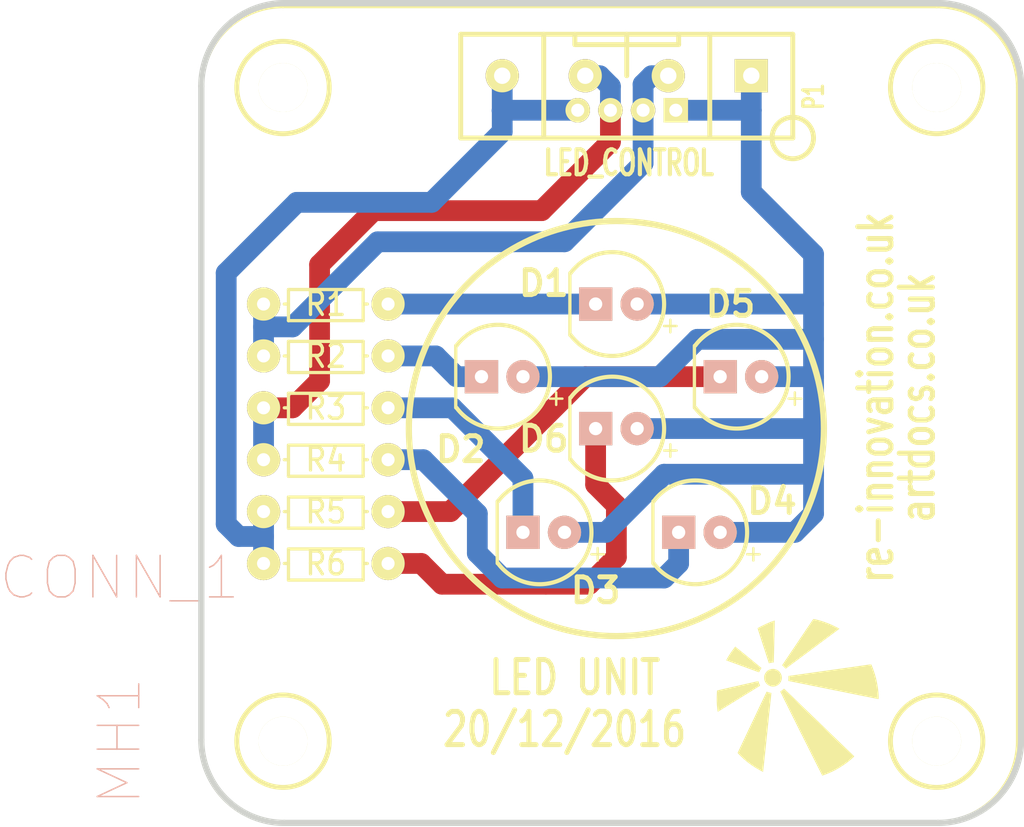
<source format=kicad_pcb>
(kicad_pcb (version 4) (host pcbnew 4.0.4-stable)

  (general
    (links 22)
    (no_connects 0)
    (area 148.597429 51.830999 211.694001 102.739)
    (thickness 1.6002)
    (drawings 13)
    (tracks 118)
    (zones 0)
    (modules 15)
    (nets 11)
  )

  (page A4)
  (title_block
    (date "12 jul 2015")
  )

  (layers
    (0 Front signal)
    (31 Back signal)
    (32 B.Adhes user)
    (33 F.Adhes user)
    (34 B.Paste user)
    (35 F.Paste user)
    (36 B.SilkS user)
    (37 F.SilkS user)
    (38 B.Mask user)
    (39 F.Mask user)
    (40 Dwgs.User user)
    (41 Cmts.User user)
    (42 Eco1.User user)
    (43 Eco2.User user)
    (44 Edge.Cuts user)
  )

  (setup
    (last_trace_width 1.27)
    (trace_clearance 0.127)
    (zone_clearance 0.508)
    (zone_45_only no)
    (trace_min 0.2032)
    (segment_width 0.381)
    (edge_width 0.381)
    (via_size 0.889)
    (via_drill 0.635)
    (via_min_size 0.889)
    (via_min_drill 0.508)
    (uvia_size 0.508)
    (uvia_drill 0.127)
    (uvias_allowed no)
    (uvia_min_size 0.508)
    (uvia_min_drill 0.127)
    (pcb_text_width 0.3048)
    (pcb_text_size 1.524 2.032)
    (mod_edge_width 0.381)
    (mod_text_size 1.524 1.524)
    (mod_text_width 0.3048)
    (pad_size 2.032 2.032)
    (pad_drill 0.8001)
    (pad_to_mask_clearance 0.254)
    (aux_axis_origin 161.29 102.235)
    (visible_elements 7FFFFFFF)
    (pcbplotparams
      (layerselection 0x010e0_80000001)
      (usegerberextensions true)
      (excludeedgelayer true)
      (linewidth 0.150000)
      (plotframeref false)
      (viasonmask false)
      (mode 1)
      (useauxorigin true)
      (hpglpennumber 1)
      (hpglpenspeed 20)
      (hpglpendiameter 15)
      (hpglpenoverlay 0)
      (psnegative false)
      (psa4output false)
      (plotreference true)
      (plotvalue true)
      (plotinvisibletext false)
      (padsonsilk false)
      (subtractmaskfromsilk false)
      (outputformat 1)
      (mirror false)
      (drillshape 0)
      (scaleselection 1)
      (outputdirectory LED_Unit_PCB_OUTPUT/))
  )

  (net 0 "")
  (net 1 "Net-(D1-Pad2)")
  (net 2 "Net-(D1-Pad1)")
  (net 3 "Net-(P1-Pad2)")
  (net 4 "Net-(P1-Pad3)")
  (net 5 "Net-(P1-Pad4)")
  (net 6 "Net-(D2-Pad1)")
  (net 7 "Net-(D3-Pad1)")
  (net 8 "Net-(D4-Pad1)")
  (net 9 "Net-(D5-Pad1)")
  (net 10 "Net-(D6-Pad1)")

  (net_class Default "This is the default net class."
    (clearance 0.127)
    (trace_width 1.27)
    (via_dia 0.889)
    (via_drill 0.635)
    (uvia_dia 0.508)
    (uvia_drill 0.127)
    (add_net "Net-(D1-Pad1)")
    (add_net "Net-(D1-Pad2)")
    (add_net "Net-(D2-Pad1)")
    (add_net "Net-(D3-Pad1)")
    (add_net "Net-(D4-Pad1)")
    (add_net "Net-(D5-Pad1)")
    (add_net "Net-(D6-Pad1)")
    (add_net "Net-(P1-Pad2)")
    (add_net "Net-(P1-Pad3)")
    (add_net "Net-(P1-Pad4)")
  )

  (net_class Thick ""
    (clearance 0.254)
    (trace_width 5.08)
    (via_dia 0.889)
    (via_drill 0.635)
    (uvia_dia 0.508)
    (uvia_drill 0.127)
  )

  (module REInnovationFootprint:TH_LED-5MM_larg_pad (layer Front) (tedit 586F7161) (tstamp 5859496F)
    (at 186.69 70.485 180)
    (descr "LED 5mm - Lead pitch 100mil (2,54mm)")
    (tags "LED led 5mm 5MM 100mil 2,54mm")
    (path /551B24E2)
    (attr virtual)
    (fp_text reference D1 (at 4.445 1.27 180) (layer F.SilkS)
      (effects (font (thickness 0.3048)))
    )
    (fp_text value LED (at 0 3.81 180) (layer F.SilkS) hide
      (effects (font (size 0.762 0.762) (thickness 0.0889)))
    )
    (fp_text user + (at -3.302 -1.27 180) (layer F.SilkS)
      (effects (font (size 1 1) (thickness 0.15)))
    )
    (fp_line (start 2.8448 1.905) (end 2.8448 -1.905) (layer F.SilkS) (width 0.2032))
    (fp_arc (start 0.254 0) (end 2.794 1.905) (angle 286.2) (layer F.SilkS) (width 0.254))
    (pad 2 thru_hole circle (at -1.27 0 180) (size 2.032 2.032) (drill 0.8128) (layers *.Cu *.SilkS *.Mask F.Paste)
      (net 1 "Net-(D1-Pad2)"))
    (pad 1 thru_hole rect (at 1.27 0 180) (size 2.032 2.032) (drill 0.8128) (layers *.Cu *.SilkS *.Mask F.Paste)
      (net 2 "Net-(D1-Pad1)"))
    (model discret/leds/led5_vertical_verde.wrl
      (at (xyz 0 0 0))
      (scale (xyz 1 1 1))
      (rotate (xyz 0 0 0))
    )
  )

  (module REInnovationFootprint:TH_LED-5MM_larg_pad (layer Front) (tedit 586F667B) (tstamp 58594975)
    (at 179.705 74.93 180)
    (descr "LED 5mm - Lead pitch 100mil (2,54mm)")
    (tags "LED led 5mm 5MM 100mil 2,54mm")
    (path /586F6A28)
    (attr virtual)
    (fp_text reference D2 (at 2.54 -4.445 180) (layer F.SilkS)
      (effects (font (thickness 0.3048)))
    )
    (fp_text value LED (at 0 3.81 180) (layer F.SilkS) hide
      (effects (font (size 0.762 0.762) (thickness 0.0889)))
    )
    (fp_text user + (at -3.302 -1.27 180) (layer F.SilkS)
      (effects (font (size 1 1) (thickness 0.15)))
    )
    (fp_line (start 2.8448 1.905) (end 2.8448 -1.905) (layer F.SilkS) (width 0.2032))
    (fp_arc (start 0.254 0) (end 2.794 1.905) (angle 286.2) (layer F.SilkS) (width 0.254))
    (pad 2 thru_hole circle (at -1.27 0 180) (size 2.032 2.032) (drill 0.8128) (layers *.Cu *.SilkS *.Mask F.Paste)
      (net 1 "Net-(D1-Pad2)"))
    (pad 1 thru_hole rect (at 1.27 0 180) (size 2.032 2.032) (drill 0.8128) (layers *.Cu *.SilkS *.Mask F.Paste)
      (net 6 "Net-(D2-Pad1)"))
    (model discret/leds/led5_vertical_verde.wrl
      (at (xyz 0 0 0))
      (scale (xyz 1 1 1))
      (rotate (xyz 0 0 0))
    )
  )

  (module REInnovationFootprint:TH_LED-5MM_larg_pad (layer Front) (tedit 57C962E6) (tstamp 5859497B)
    (at 182.245 84.455 180)
    (descr "LED 5mm - Lead pitch 100mil (2,54mm)")
    (tags "LED led 5mm 5MM 100mil 2,54mm")
    (path /586F6A77)
    (attr virtual)
    (fp_text reference D3 (at -3.175 -3.556 180) (layer F.SilkS)
      (effects (font (thickness 0.3048)))
    )
    (fp_text value LED (at 0 3.81 180) (layer F.SilkS) hide
      (effects (font (size 0.762 0.762) (thickness 0.0889)))
    )
    (fp_text user + (at -3.302 -1.27 180) (layer F.SilkS)
      (effects (font (size 1 1) (thickness 0.15)))
    )
    (fp_line (start 2.8448 1.905) (end 2.8448 -1.905) (layer F.SilkS) (width 0.2032))
    (fp_arc (start 0.254 0) (end 2.794 1.905) (angle 286.2) (layer F.SilkS) (width 0.254))
    (pad 2 thru_hole circle (at -1.27 0 180) (size 2.032 2.032) (drill 0.8128) (layers *.Cu *.SilkS *.Mask F.Paste)
      (net 1 "Net-(D1-Pad2)"))
    (pad 1 thru_hole rect (at 1.27 0 180) (size 2.032 2.032) (drill 0.8128) (layers *.Cu *.SilkS *.Mask F.Paste)
      (net 7 "Net-(D3-Pad1)"))
    (model discret/leds/led5_vertical_verde.wrl
      (at (xyz 0 0 0))
      (scale (xyz 1 1 1))
      (rotate (xyz 0 0 0))
    )
  )

  (module REInnovationFootprint:TH_LED-5MM_larg_pad (layer Front) (tedit 586F6682) (tstamp 58594981)
    (at 191.77 84.455 180)
    (descr "LED 5mm - Lead pitch 100mil (2,54mm)")
    (tags "LED led 5mm 5MM 100mil 2,54mm")
    (path /586F6AC1)
    (attr virtual)
    (fp_text reference D4 (at -4.445 1.905 180) (layer F.SilkS)
      (effects (font (thickness 0.3048)))
    )
    (fp_text value LED (at 0 3.81 180) (layer F.SilkS) hide
      (effects (font (size 0.762 0.762) (thickness 0.0889)))
    )
    (fp_text user + (at -3.302 -1.27 180) (layer F.SilkS)
      (effects (font (size 1 1) (thickness 0.15)))
    )
    (fp_line (start 2.8448 1.905) (end 2.8448 -1.905) (layer F.SilkS) (width 0.2032))
    (fp_arc (start 0.254 0) (end 2.794 1.905) (angle 286.2) (layer F.SilkS) (width 0.254))
    (pad 2 thru_hole circle (at -1.27 0 180) (size 2.032 2.032) (drill 0.8128) (layers *.Cu *.SilkS *.Mask F.Paste)
      (net 1 "Net-(D1-Pad2)"))
    (pad 1 thru_hole rect (at 1.27 0 180) (size 2.032 2.032) (drill 0.8128) (layers *.Cu *.SilkS *.Mask F.Paste)
      (net 8 "Net-(D4-Pad1)"))
    (model discret/leds/led5_vertical_verde.wrl
      (at (xyz 0 0 0))
      (scale (xyz 1 1 1))
      (rotate (xyz 0 0 0))
    )
  )

  (module REInnovationFootprint:TH_LED-5MM_larg_pad (layer Front) (tedit 586F6684) (tstamp 58594987)
    (at 194.31 74.93 180)
    (descr "LED 5mm - Lead pitch 100mil (2,54mm)")
    (tags "LED led 5mm 5MM 100mil 2,54mm")
    (path /586F6B12)
    (attr virtual)
    (fp_text reference D5 (at 0.635 4.445 180) (layer F.SilkS)
      (effects (font (thickness 0.3048)))
    )
    (fp_text value LED (at 0 3.81 180) (layer F.SilkS) hide
      (effects (font (size 0.762 0.762) (thickness 0.0889)))
    )
    (fp_text user + (at -3.302 -1.27 180) (layer F.SilkS)
      (effects (font (size 1 1) (thickness 0.15)))
    )
    (fp_line (start 2.8448 1.905) (end 2.8448 -1.905) (layer F.SilkS) (width 0.2032))
    (fp_arc (start 0.254 0) (end 2.794 1.905) (angle 286.2) (layer F.SilkS) (width 0.254))
    (pad 2 thru_hole circle (at -1.27 0 180) (size 2.032 2.032) (drill 0.8128) (layers *.Cu *.SilkS *.Mask F.Paste)
      (net 1 "Net-(D1-Pad2)"))
    (pad 1 thru_hole rect (at 1.27 0 180) (size 2.032 2.032) (drill 0.8128) (layers *.Cu *.SilkS *.Mask F.Paste)
      (net 9 "Net-(D5-Pad1)"))
    (model discret/leds/led5_vertical_verde.wrl
      (at (xyz 0 0 0))
      (scale (xyz 1 1 1))
      (rotate (xyz 0 0 0))
    )
  )

  (module REInnovationFootprint:TH_LED-5MM_larg_pad (layer Front) (tedit 586F6689) (tstamp 5859498D)
    (at 186.69 78.105 180)
    (descr "LED 5mm - Lead pitch 100mil (2,54mm)")
    (tags "LED led 5mm 5MM 100mil 2,54mm")
    (path /586F6B6A)
    (attr virtual)
    (fp_text reference D6 (at 4.445 -0.635 180) (layer F.SilkS)
      (effects (font (thickness 0.3048)))
    )
    (fp_text value LED (at 0 3.81 180) (layer F.SilkS) hide
      (effects (font (size 0.762 0.762) (thickness 0.0889)))
    )
    (fp_text user + (at -3.302 -1.27 180) (layer F.SilkS)
      (effects (font (size 1 1) (thickness 0.15)))
    )
    (fp_line (start 2.8448 1.905) (end 2.8448 -1.905) (layer F.SilkS) (width 0.2032))
    (fp_arc (start 0.254 0) (end 2.794 1.905) (angle 286.2) (layer F.SilkS) (width 0.254))
    (pad 2 thru_hole circle (at -1.27 0 180) (size 2.032 2.032) (drill 0.8128) (layers *.Cu *.SilkS *.Mask F.Paste)
      (net 1 "Net-(D1-Pad2)"))
    (pad 1 thru_hole rect (at 1.27 0 180) (size 2.032 2.032) (drill 0.8128) (layers *.Cu *.SilkS *.Mask F.Paste)
      (net 10 "Net-(D6-Pad1)"))
    (model discret/leds/led5_vertical_verde.wrl
      (at (xyz 0 0 0))
      (scale (xyz 1 1 1))
      (rotate (xyz 0 0 0))
    )
  )

  (module matts_components:reinnovation_logo_15mm (layer Front) (tedit 0) (tstamp 58594991)
    (at 198.12 95.25)
    (path /5857CF3C)
    (fp_text reference LG1 (at 0 0) (layer F.SilkS) hide
      (effects (font (size 1.143 1.143) (thickness 0.1778)))
    )
    (fp_text value CONN_1 (at 0 0) (layer F.SilkS) hide
      (effects (font (size 1.143 1.143) (thickness 0.1778)))
    )
    (fp_poly (pts (xy 3.12928 2.91592) (xy 3.06324 2.97942) (xy 2.88036 3.13944) (xy 2.68224 3.29692)
      (xy 2.47142 3.44678) (xy 2.25044 3.58902) (xy 2.02692 3.7211) (xy 1.80086 3.83794)
      (xy 1.5748 3.93954) (xy 1.52908 3.95986) (xy 1.48336 3.97764) (xy 1.43256 3.99796)
      (xy 1.37668 4.01828) (xy 1.3208 4.0386) (xy 1.27 4.05892) (xy 1.22428 4.07416)
      (xy 1.19126 4.08432) (xy 1.17094 4.0894) (xy 1.1684 4.0894) (xy 1.16332 4.08178)
      (xy 1.15062 4.05384) (xy 1.12776 4.0132) (xy 1.09982 3.95478) (xy 1.06172 3.88112)
      (xy 1.016 3.79222) (xy 0.9652 3.69062) (xy 0.90678 3.57632) (xy 0.84328 3.45186)
      (xy 0.7747 3.31216) (xy 0.6985 3.16484) (xy 0.61976 3.00482) (xy 0.5334 2.83718)
      (xy 0.44704 2.65938) (xy 0.35306 2.47396) (xy 0.25654 2.28092) (xy 0.15748 2.0828)
      (xy 0.05334 1.87706) (xy -0.0508 1.66878) (xy -0.127 1.51892) (xy -0.23368 1.30556)
      (xy -0.33782 1.09474) (xy -0.43942 0.89154) (xy -0.53594 0.69596) (xy -0.63246 0.50546)
      (xy -0.7239 0.32258) (xy -0.81026 0.14732) (xy -0.89154 -0.01778) (xy -0.97028 -0.17526)
      (xy -1.0414 -0.32004) (xy -1.10998 -0.45466) (xy -1.17094 -0.57912) (xy -1.22428 -0.68834)
      (xy -1.27254 -0.7874) (xy -1.31318 -0.87122) (xy -1.34874 -0.9398) (xy -1.37414 -0.99314)
      (xy -1.39192 -1.03124) (xy -1.40208 -1.05156) (xy -1.40462 -1.05664) (xy -1.3843 -1.0668)
      (xy -1.35382 -1.08458) (xy -1.31826 -1.10998) (xy -1.28016 -1.13792) (xy -1.24714 -1.16586)
      (xy -1.22174 -1.18618) (xy -1.17094 -1.2319) (xy -1.02616 -1.09474) (xy -1.00584 -1.07442)
      (xy -0.97282 -1.04394) (xy -0.9271 -0.99822) (xy -0.86868 -0.94234) (xy -0.79756 -0.87376)
      (xy -0.71374 -0.79502) (xy -0.6223 -0.70612) (xy -0.5207 -0.60706) (xy -0.40894 -0.49784)
      (xy -0.28702 -0.381) (xy -0.16002 -0.25908) (xy -0.02286 -0.127) (xy 0.11938 0.01016)
      (xy 0.26924 0.15494) (xy 0.42418 0.30226) (xy 0.58166 0.4572) (xy 0.74676 0.61468)
      (xy 0.9144 0.7747) (xy 1.08204 0.9398) (xy 1.12522 0.98044) (xy 3.12928 2.91592)
      (xy 3.12928 2.91592)) (layer F.SilkS) (width 0.00254))
    (fp_poly (pts (xy -1.94056 -0.9652) (xy -1.94564 -0.92964) (xy -1.94818 -0.91694) (xy -1.95072 -0.88646)
      (xy -1.9558 -0.83566) (xy -1.96342 -0.76708) (xy -1.97104 -0.68326) (xy -1.9812 -0.5842)
      (xy -1.9939 -0.4699) (xy -2.00914 -0.3429) (xy -2.02184 -0.2032) (xy -2.03962 -0.0508)
      (xy -2.05486 0.11176) (xy -2.07518 0.28702) (xy -2.09296 0.46736) (xy -2.11328 0.6604)
      (xy -2.1336 0.85852) (xy -2.15646 1.06172) (xy -2.17678 1.27254) (xy -2.19456 1.44018)
      (xy -2.2225 1.69926) (xy -2.2479 1.93802) (xy -2.27076 2.16154) (xy -2.29108 2.36474)
      (xy -2.3114 2.55016) (xy -2.32918 2.72034) (xy -2.34696 2.87528) (xy -2.3622 3.01752)
      (xy -2.3749 3.14198) (xy -2.38506 3.25628) (xy -2.39776 3.35788) (xy -2.40538 3.44424)
      (xy -2.41554 3.52298) (xy -2.42316 3.59156) (xy -2.42824 3.64744) (xy -2.43332 3.6957)
      (xy -2.4384 3.73888) (xy -2.44348 3.7719) (xy -2.44602 3.7973) (xy -2.44856 3.81762)
      (xy -2.4511 3.83286) (xy -2.4511 3.84556) (xy -2.45364 3.85318) (xy -2.45364 3.85826)
      (xy -2.45618 3.85826) (xy -2.45618 3.8608) (xy -2.45872 3.8608) (xy -2.45872 3.8608)
      (xy -2.46888 3.85572) (xy -2.49428 3.84302) (xy -2.52984 3.82524) (xy -2.57556 3.80238)
      (xy -2.60604 3.78714) (xy -2.8829 3.62966) (xy -3.14706 3.45948) (xy -3.39598 3.2766)
      (xy -3.6322 3.08102) (xy -3.85064 2.87274) (xy -3.87858 2.84734) (xy -3.91922 2.80416)
      (xy -3.95478 2.76606) (xy -3.98272 2.73304) (xy -4.00304 2.71272) (xy -4.01066 2.70256)
      (xy -4.01066 2.70002) (xy -4.00558 2.6924) (xy -3.99288 2.66446) (xy -3.97256 2.62128)
      (xy -3.94462 2.56286) (xy -3.9116 2.4892) (xy -3.87096 2.40284) (xy -3.8227 2.30124)
      (xy -3.76936 2.18948) (xy -3.71094 2.06502) (xy -3.64744 1.9304) (xy -3.57886 1.78816)
      (xy -3.50774 1.63576) (xy -3.43154 1.4732) (xy -3.3528 1.30556) (xy -3.26898 1.13284)
      (xy -3.18516 0.95504) (xy -3.1242 0.82804) (xy -3.03784 0.6477) (xy -2.95402 0.4699)
      (xy -2.87274 0.29718) (xy -2.794 0.13208) (xy -2.72034 -0.0254) (xy -2.64922 -0.17526)
      (xy -2.58064 -0.3175) (xy -2.51968 -0.44704) (xy -2.46126 -0.56642) (xy -2.41046 -0.67564)
      (xy -2.36474 -0.77216) (xy -2.32664 -0.85598) (xy -2.29362 -0.92456) (xy -2.26822 -0.9779)
      (xy -2.25044 -1.016) (xy -2.24028 -1.03886) (xy -2.23774 -1.04394) (xy -2.22758 -1.04394)
      (xy -2.20472 -1.03632) (xy -2.17424 -1.02616) (xy -2.1336 -1.01092) (xy -2.08534 -0.99822)
      (xy -2.03454 -0.98552) (xy -2.02692 -0.98298) (xy -1.94056 -0.9652) (xy -1.94056 -0.9652)) (layer F.SilkS) (width 0.00254))
    (fp_poly (pts (xy -2.63652 -1.41478) (xy -2.63652 -1.4097) (xy -2.64668 -1.40462) (xy -2.66954 -1.38684)
      (xy -2.71018 -1.36398) (xy -2.76352 -1.33096) (xy -2.82956 -1.29032) (xy -2.90576 -1.24206)
      (xy -2.99466 -1.18872) (xy -3.08864 -1.12776) (xy -3.19532 -1.06426) (xy -3.30454 -0.99568)
      (xy -3.42138 -0.92456) (xy -3.5433 -0.84836) (xy -3.66776 -0.77216) (xy -3.79476 -0.69342)
      (xy -3.9243 -0.61214) (xy -4.05384 -0.5334) (xy -4.18084 -0.45466) (xy -4.3053 -0.37846)
      (xy -4.42722 -0.30226) (xy -4.54406 -0.23114) (xy -4.65582 -0.16256) (xy -4.75996 -0.09652)
      (xy -4.85902 -0.0381) (xy -4.94538 0.01778) (xy -5.02412 0.06604) (xy -5.09016 0.10668)
      (xy -5.14604 0.1397) (xy -5.18668 0.1651) (xy -5.21208 0.18034) (xy -5.22224 0.18542)
      (xy -5.22732 0.18034) (xy -5.2324 0.15748) (xy -5.23748 0.12446) (xy -5.24002 0.12192)
      (xy -5.26288 -0.0635) (xy -5.28066 -0.25654) (xy -5.28828 -0.46228) (xy -5.29082 -0.5842)
      (xy -5.28828 -0.65024) (xy -5.28828 -0.72136) (xy -5.28574 -0.79502) (xy -5.2832 -0.86868)
      (xy -5.28066 -0.93472) (xy -5.27812 -0.99822) (xy -5.27304 -1.04902) (xy -5.2705 -1.08966)
      (xy -5.26796 -1.11252) (xy -5.26542 -1.1176) (xy -5.25526 -1.12014) (xy -5.22732 -1.12776)
      (xy -5.1816 -1.13792) (xy -5.12064 -1.15316) (xy -5.04698 -1.1684) (xy -4.96062 -1.18872)
      (xy -4.8641 -1.21158) (xy -4.75742 -1.23698) (xy -4.64312 -1.26238) (xy -4.5212 -1.29032)
      (xy -4.39166 -1.3208) (xy -4.26212 -1.34874) (xy -4.1275 -1.37922) (xy -3.99288 -1.4097)
      (xy -3.85826 -1.44272) (xy -3.72364 -1.47066) (xy -3.5941 -1.50114) (xy -3.46964 -1.52908)
      (xy -3.35026 -1.55702) (xy -3.23596 -1.58242) (xy -3.13436 -1.60528) (xy -3.04038 -1.6256)
      (xy -2.9591 -1.64592) (xy -2.89052 -1.66116) (xy -2.83464 -1.67132) (xy -2.79654 -1.68148)
      (xy -2.77368 -1.68656) (xy -2.77368 -1.68656) (xy -2.7559 -1.6891) (xy -2.7432 -1.68402)
      (xy -2.73558 -1.66878) (xy -2.72542 -1.6383) (xy -2.71526 -1.60528) (xy -2.69748 -1.55956)
      (xy -2.67716 -1.51384) (xy -2.66954 -1.50114) (xy -2.65176 -1.46304) (xy -2.6416 -1.43256)
      (xy -2.63652 -1.41478) (xy -2.63652 -1.41478)) (layer F.SilkS) (width 0.00254))
    (fp_poly (pts (xy 4.62026 -0.70866) (xy 4.62026 -0.65786) (xy 4.61772 -0.62484) (xy 4.61518 -0.60452)
      (xy 4.61264 -0.59436) (xy 4.60502 -0.59182) (xy 4.60248 -0.59182) (xy 4.59232 -0.59436)
      (xy 4.56184 -0.59944) (xy 4.51358 -0.6096) (xy 4.44754 -0.6223) (xy 4.36626 -0.63754)
      (xy 4.26974 -0.65786) (xy 4.15798 -0.68072) (xy 4.03098 -0.70612) (xy 3.89128 -0.73406)
      (xy 3.73888 -0.76454) (xy 3.57632 -0.79756) (xy 3.40106 -0.83058) (xy 3.21818 -0.86868)
      (xy 3.02514 -0.90678) (xy 2.82194 -0.94742) (xy 2.61366 -0.9906) (xy 2.39522 -1.03378)
      (xy 2.1717 -1.0795) (xy 1.94564 -1.12522) (xy 1.86944 -1.14046) (xy 1.64084 -1.18618)
      (xy 1.41478 -1.2319) (xy 1.19634 -1.27762) (xy 0.98298 -1.31826) (xy 0.77724 -1.36144)
      (xy 0.58166 -1.39954) (xy 0.3937 -1.43764) (xy 0.2159 -1.47574) (xy 0.04572 -1.50876)
      (xy -0.10922 -1.53924) (xy -0.254 -1.56972) (xy -0.38608 -1.59512) (xy -0.50292 -1.62052)
      (xy -0.60706 -1.64084) (xy -0.69342 -1.65862) (xy -0.76708 -1.67132) (xy -0.82042 -1.68402)
      (xy -0.85852 -1.69164) (xy -0.8763 -1.69418) (xy -0.87884 -1.69418) (xy -0.89916 -1.69926)
      (xy -0.90678 -1.70942) (xy -0.90678 -1.7272) (xy -0.90424 -1.74244) (xy -0.9017 -1.77038)
      (xy -0.89916 -1.81102) (xy -0.89916 -1.86182) (xy -0.89916 -1.89484) (xy -0.89916 -2.0066)
      (xy 1.60782 -2.35966) (xy 1.8288 -2.39014) (xy 2.04724 -2.42062) (xy 2.25806 -2.4511)
      (xy 2.46126 -2.47904) (xy 2.65684 -2.50698) (xy 2.8448 -2.53238) (xy 3.02514 -2.55778)
      (xy 3.19278 -2.58318) (xy 3.35026 -2.6035) (xy 3.49758 -2.62636) (xy 3.62966 -2.64414)
      (xy 3.74904 -2.66192) (xy 3.85572 -2.67716) (xy 3.94462 -2.68986) (xy 4.01828 -2.70002)
      (xy 4.0767 -2.70764) (xy 4.1148 -2.71272) (xy 4.13766 -2.71526) (xy 4.1402 -2.7178)
      (xy 4.1529 -2.7178) (xy 4.16052 -2.71272) (xy 4.17068 -2.70002) (xy 4.18338 -2.67716)
      (xy 4.20116 -2.63906) (xy 4.20878 -2.61874) (xy 4.3053 -2.36728) (xy 4.39166 -2.10312)
      (xy 4.46786 -1.83134) (xy 4.52628 -1.55448) (xy 4.56946 -1.30302) (xy 4.58216 -1.20142)
      (xy 4.59486 -1.09474) (xy 4.60502 -0.98806) (xy 4.61264 -0.88392) (xy 4.61772 -0.78994)
      (xy 4.62026 -0.7112) (xy 4.62026 -0.70866) (xy 4.62026 -0.70866)) (layer F.SilkS) (width 0.00254))
    (fp_poly (pts (xy -1.30302 -1.89738) (xy -1.31318 -1.8034) (xy -1.33858 -1.71196) (xy -1.37922 -1.6256)
      (xy -1.4351 -1.54686) (xy -1.50368 -1.48082) (xy -1.58242 -1.42494) (xy -1.67132 -1.3843)
      (xy -1.69926 -1.37668) (xy -1.76022 -1.36398) (xy -1.82372 -1.35636) (xy -1.87706 -1.35636)
      (xy -1.88468 -1.35636) (xy -1.99136 -1.37668) (xy -2.08788 -1.41478) (xy -2.17424 -1.46812)
      (xy -2.2479 -1.53416) (xy -2.30886 -1.61544) (xy -2.35458 -1.70942) (xy -2.3622 -1.7272)
      (xy -2.37236 -1.7653) (xy -2.37998 -1.80086) (xy -2.38252 -1.8415) (xy -2.38506 -1.89484)
      (xy -2.38506 -1.905) (xy -2.38252 -1.95834) (xy -2.37998 -1.99898) (xy -2.3749 -2.02946)
      (xy -2.36474 -2.06248) (xy -2.35712 -2.0828) (xy -2.30886 -2.17932) (xy -2.2479 -2.26314)
      (xy -2.17424 -2.32918) (xy -2.09042 -2.38252) (xy -1.99644 -2.41808) (xy -1.89738 -2.43586)
      (xy -1.80594 -2.4384) (xy -1.70688 -2.42062) (xy -1.6129 -2.3876) (xy -1.52908 -2.3368)
      (xy -1.45542 -2.2733) (xy -1.39446 -2.19456) (xy -1.3462 -2.10566) (xy -1.31572 -2.00406)
      (xy -1.31318 -1.9939) (xy -1.30302 -1.89738) (xy -1.30302 -1.89738)) (layer F.SilkS) (width 0.00254))
    (fp_poly (pts (xy -2.5527 -2.49428) (xy -2.55524 -2.48666) (xy -2.56794 -2.4638) (xy -2.58826 -2.43332)
      (xy -2.59842 -2.41554) (xy -2.62382 -2.3749) (xy -2.64922 -2.32918) (xy -2.667 -2.29362)
      (xy -2.66954 -2.286) (xy -2.68478 -2.25552) (xy -2.69748 -2.23774) (xy -2.7051 -2.23012)
      (xy -2.71526 -2.2352) (xy -2.7432 -2.24536) (xy -2.78638 -2.2606) (xy -2.84734 -2.28092)
      (xy -2.921 -2.30886) (xy -3.00736 -2.33934) (xy -3.10388 -2.3749) (xy -3.21056 -2.413)
      (xy -3.3274 -2.45618) (xy -3.45186 -2.5019) (xy -3.5814 -2.55016) (xy -3.71094 -2.59588)
      (xy -3.84556 -2.64414) (xy -3.9751 -2.6924) (xy -4.09702 -2.73812) (xy -4.21386 -2.77876)
      (xy -4.32054 -2.8194) (xy -4.41452 -2.85242) (xy -4.50088 -2.88544) (xy -4.572 -2.91084)
      (xy -4.63042 -2.93116) (xy -4.6736 -2.9464) (xy -4.699 -2.95656) (xy -4.70662 -2.9591)
      (xy -4.70662 -2.96926) (xy -4.69646 -2.98958) (xy -4.67868 -3.0226) (xy -4.65582 -3.06324)
      (xy -4.63296 -3.10896) (xy -4.60756 -3.15468) (xy -4.58216 -3.19786) (xy -4.56184 -3.22834)
      (xy -4.53136 -3.2766) (xy -4.4958 -3.33248) (xy -4.45516 -3.39344) (xy -4.41198 -3.45694)
      (xy -4.36626 -3.52044) (xy -4.32308 -3.5814) (xy -4.2799 -3.63982) (xy -4.2418 -3.69316)
      (xy -4.20624 -3.73634) (xy -4.18084 -3.7719) (xy -4.16052 -3.79222) (xy -4.1529 -3.79984)
      (xy -4.14274 -3.79476) (xy -4.11988 -3.77698) (xy -4.08686 -3.7465) (xy -4.0386 -3.7084)
      (xy -3.98018 -3.66268) (xy -3.91414 -3.60934) (xy -3.83794 -3.54838) (xy -3.75666 -3.48234)
      (xy -3.6703 -3.41122) (xy -3.57886 -3.33756) (xy -3.48488 -3.25882) (xy -3.38836 -3.18262)
      (xy -3.29184 -3.10134) (xy -3.19786 -3.02514) (xy -3.10388 -2.94894) (xy -3.01244 -2.87274)
      (xy -2.92608 -2.80416) (xy -2.84734 -2.73812) (xy -2.77368 -2.67716) (xy -2.70764 -2.62382)
      (xy -2.6543 -2.58064) (xy -2.60858 -2.54254) (xy -2.57556 -2.5146) (xy -2.55778 -2.49936)
      (xy -2.5527 -2.49428) (xy -2.5527 -2.49428)) (layer F.SilkS) (width 0.00254))
    (fp_poly (pts (xy 2.21996 -4.89458) (xy 0.57912 -3.67538) (xy 0.4191 -3.556) (xy 0.26162 -3.43916)
      (xy 0.10922 -3.32486) (xy -0.03556 -3.21818) (xy -0.17526 -3.11404) (xy -0.30734 -3.01498)
      (xy -0.4318 -2.92354) (xy -0.54864 -2.83718) (xy -0.65278 -2.75844) (xy -0.7493 -2.68732)
      (xy -0.83312 -2.62636) (xy -0.90678 -2.57048) (xy -0.9652 -2.5273) (xy -1.01346 -2.49174)
      (xy -1.04648 -2.46888) (xy -1.06426 -2.45618) (xy -1.0668 -2.45364) (xy -1.07696 -2.45872)
      (xy -1.09728 -2.4765) (xy -1.12522 -2.50444) (xy -1.15062 -2.52984) (xy -1.18364 -2.56286)
      (xy -1.2192 -2.59588) (xy -1.2446 -2.62128) (xy -1.2573 -2.63144) (xy -1.29032 -2.6543)
      (xy -0.34544 -4.05892) (xy -0.24384 -4.21132) (xy -0.14478 -4.35864) (xy -0.04826 -4.50088)
      (xy 0.04318 -4.6355) (xy 0.12954 -4.76504) (xy 0.21082 -4.88696) (xy 0.28702 -4.99872)
      (xy 0.3556 -5.10032) (xy 0.4191 -5.1943) (xy 0.47244 -5.27558) (xy 0.51816 -5.34416)
      (xy 0.55626 -5.40004) (xy 0.5842 -5.44068) (xy 0.60198 -5.46862) (xy 0.6096 -5.47878)
      (xy 0.6096 -5.48132) (xy 0.61468 -5.4864) (xy 0.62738 -5.48894) (xy 0.6477 -5.4864)
      (xy 0.67818 -5.48132) (xy 0.72644 -5.4737) (xy 0.7366 -5.47116) (xy 0.8763 -5.44068)
      (xy 1.02616 -5.40004) (xy 1.18618 -5.34924) (xy 1.34874 -5.2959) (xy 1.51384 -5.2324)
      (xy 1.6256 -5.18922) (xy 1.67132 -5.1689) (xy 1.72974 -5.1435) (xy 1.79578 -5.11302)
      (xy 1.86436 -5.08) (xy 1.93548 -5.04444) (xy 2.00406 -5.01142) (xy 2.06756 -4.98094)
      (xy 2.1209 -4.953) (xy 2.16154 -4.93014) (xy 2.18186 -4.91744) (xy 2.21996 -4.89458)
      (xy 2.21996 -4.89458)) (layer F.SilkS) (width 0.00254))
    (fp_poly (pts (xy -1.7399 -5.31114) (xy -1.7399 -5.28574) (xy -1.7399 -5.24256) (xy -1.74244 -5.1816)
      (xy -1.74244 -5.1054) (xy -1.74498 -5.0165) (xy -1.74752 -4.9149) (xy -1.75006 -4.80314)
      (xy -1.7526 -4.68376) (xy -1.75514 -4.55676) (xy -1.75768 -4.42722) (xy -1.76276 -4.2926)
      (xy -1.7653 -4.15544) (xy -1.76784 -4.01828) (xy -1.77038 -3.88112) (xy -1.77546 -3.74904)
      (xy -1.778 -3.62204) (xy -1.78054 -3.50012) (xy -1.78308 -3.38582) (xy -1.78562 -3.28168)
      (xy -1.78816 -3.19024) (xy -1.7907 -3.1115) (xy -1.79324 -3.04546) (xy -1.79578 -2.9972)
      (xy -1.79578 -2.96672) (xy -1.79578 -2.96418) (xy -1.80086 -2.8321) (xy -1.87706 -2.82448)
      (xy -1.92786 -2.8194) (xy -1.98374 -2.80924) (xy -2.02438 -2.80162) (xy -2.05994 -2.79146)
      (xy -2.08788 -2.78638) (xy -2.10058 -2.78638) (xy -2.10058 -2.78638) (xy -2.10312 -2.79654)
      (xy -2.11074 -2.82448) (xy -2.12598 -2.86766) (xy -2.14376 -2.92862) (xy -2.16916 -3.00228)
      (xy -2.1971 -3.08864) (xy -2.22758 -3.18516) (xy -2.26314 -3.29438) (xy -2.30124 -3.41376)
      (xy -2.34188 -3.54076) (xy -2.38506 -3.67284) (xy -2.43078 -3.81254) (xy -2.44602 -3.85572)
      (xy -2.49174 -3.99542) (xy -2.53492 -4.13258) (xy -2.57556 -4.26212) (xy -2.6162 -4.3815)
      (xy -2.65176 -4.4958) (xy -2.68478 -4.5974) (xy -2.71272 -4.68884) (xy -2.73812 -4.76504)
      (xy -2.75844 -4.83108) (xy -2.77368 -4.87934) (xy -2.78384 -4.91236) (xy -2.78892 -4.93014)
      (xy -2.78892 -4.93014) (xy -2.7813 -4.93776) (xy -2.7559 -4.95046) (xy -2.7178 -4.97078)
      (xy -2.66954 -4.99618) (xy -2.61112 -5.0292) (xy -2.54254 -5.06222) (xy -2.5019 -5.08254)
      (xy -2.33934 -5.16128) (xy -2.18948 -5.22986) (xy -2.05232 -5.28828) (xy -1.9304 -5.33654)
      (xy -1.82372 -5.3721) (xy -1.82372 -5.3721) (xy -1.7399 -5.3975) (xy -1.7399 -5.31114)
      (xy -1.7399 -5.31114)) (layer F.SilkS) (width 0.00254))
  )

  (module REInnovationFootprint:PCB_50x50mm (layer Front) (tedit 57703A8C) (tstamp 58594999)
    (at 161.29 102.235)
    (path /516547CF)
    (attr virtual)
    (fp_text reference MH1 (at -5 -5 90) (layer B.SilkS)
      (effects (font (size 2.54 2.54) (thickness 0.0889)))
    )
    (fp_text value CONN_1 (at -5 -15) (layer B.SilkS)
      (effects (font (size 2.54 2.54) (thickness 0.0889)))
    )
    (fp_circle (center 5 -45) (end 7 -43) (layer F.SilkS) (width 0.3))
    (fp_circle (center 5 -5) (end 7 -3) (layer F.SilkS) (width 0.3))
    (fp_circle (center 45 -5) (end 47 -3) (layer F.SilkS) (width 0.3))
    (fp_circle (center 45 -45) (end 47 -43) (layer F.SilkS) (width 0.3))
    (fp_line (start 45 -50) (end 5 -50) (layer F.SilkS) (width 0.3))
    (fp_line (start 50 -5) (end 50 -45) (layer F.SilkS) (width 0.3))
    (fp_line (start 5 0) (end 45 0) (layer F.SilkS) (width 0.3))
    (fp_line (start 0 -45) (end 0 -5) (layer F.SilkS) (width 0.3))
    (fp_arc (start 5 -5) (end 5 0) (angle 90) (layer F.SilkS) (width 0.3))
    (fp_arc (start 45 -5) (end 50 -5) (angle 90) (layer F.SilkS) (width 0.3))
    (fp_arc (start 45 -45) (end 45 -50) (angle 90) (layer F.SilkS) (width 0.3))
    (fp_arc (start 5 -45) (end 0 -45) (angle 90) (layer F.SilkS) (width 0.3))
    (pad "" np_thru_hole circle (at 45 -45) (size 3 3) (drill 3) (layers *.Cu *.Mask F.SilkS))
    (pad "" np_thru_hole circle (at 5 -45) (size 3 3) (drill 3) (layers *.Cu *.Mask F.SilkS))
    (pad "" np_thru_hole circle (at 5 -5) (size 3 3) (drill 3) (layers *.Cu *.Mask F.SilkS))
    (pad "" np_thru_hole circle (at 45 -5) (size 3 3) (drill 3) (layers *.Cu *.Mask F.SilkS))
  )

  (module REInnovationFootprint:SIL-4_Grove_SCREW (layer Front) (tedit 58594AD7) (tstamp 585949A5)
    (at 187.325 56.515 180)
    (descr "Connecteur 4 pibs")
    (tags "CONN DEV")
    (path /5830BAA6)
    (fp_text reference P1 (at -11.43 -1.27 270) (layer F.SilkS)
      (effects (font (size 1.2 0.8) (thickness 0.2)))
    )
    (fp_text value LED_CONTROL (at -0.127 -5.334 360) (layer F.SilkS)
      (effects (font (size 1.524 1.016) (thickness 0.254)))
    )
    (fp_line (start -3.175 2.54) (end -3.175 1.905) (layer F.SilkS) (width 0.3))
    (fp_line (start -3.175 1.905) (end 3.175 1.905) (layer F.SilkS) (width 0.3))
    (fp_line (start 3.175 1.905) (end 3.175 2.54) (layer F.SilkS) (width 0.3))
    (fp_circle (center -10.16 -3.81) (end -8.89 -3.81) (layer F.SilkS) (width 0.3))
    (fp_line (start 5.08 -3.81) (end 5.08 2.54) (layer F.SilkS) (width 0.3))
    (fp_line (start 0 0) (end 0 2.54) (layer F.SilkS) (width 0.3))
    (fp_line (start -5.08 -3.81) (end -5.08 2.54) (layer F.SilkS) (width 0.3))
    (fp_line (start -10.16 -3.81) (end 10.16 -3.81) (layer F.SilkS) (width 0.3))
    (fp_line (start 10.16 -3.81) (end 10.16 2.54) (layer F.SilkS) (width 0.3))
    (fp_line (start 10.16 2.54) (end -10.16 2.54) (layer F.SilkS) (width 0.3))
    (fp_line (start -10.16 2.54) (end -10.16 -3.81) (layer F.SilkS) (width 0.3))
    (pad 1 thru_hole rect (at -7.62 0 180) (size 2.032 2.032) (drill 1.00076) (layers *.Cu *.Mask F.SilkS)
      (net 1 "Net-(D1-Pad2)"))
    (pad 2 thru_hole circle (at -2.54 0 180) (size 2.032 2.032) (drill 1.00076) (layers *.Cu *.Mask F.SilkS)
      (net 3 "Net-(P1-Pad2)"))
    (pad 3 thru_hole circle (at 2.54 0 180) (size 2.032 2.032) (drill 1.00076) (layers *.Cu *.Mask F.SilkS)
      (net 4 "Net-(P1-Pad3)"))
    (pad 4 thru_hole circle (at 7.62 0 180) (size 2.032 2.032) (drill 1.00076) (layers *.Cu *.Mask F.SilkS)
      (net 5 "Net-(P1-Pad4)"))
    (pad 1 thru_hole rect (at -3 -2.111 180) (size 1.5 1.5) (drill 0.8) (layers *.Cu *.Mask F.SilkS)
      (net 1 "Net-(D1-Pad2)"))
    (pad 2 thru_hole circle (at -1 -2.111 180) (size 1.5 1.5) (drill 0.8) (layers *.Cu *.Mask F.SilkS)
      (net 3 "Net-(P1-Pad2)"))
    (pad 3 thru_hole circle (at 1 -2.111 180) (size 1.5 1.5) (drill 0.8) (layers *.Cu *.Mask F.SilkS)
      (net 4 "Net-(P1-Pad3)"))
    (pad 4 thru_hole circle (at 3 -2.111 180) (size 1.5 1.5) (drill 0.8) (layers *.Cu *.Mask F.SilkS)
      (net 5 "Net-(P1-Pad4)"))
  )

  (module REInnovationFootprint:TH_Resistor_1 (layer Front) (tedit 5628F9DC) (tstamp 585949AB)
    (at 168.91 70.485 180)
    (descr "Resitance 3 pas")
    (tags R)
    (path /551B24DC)
    (autoplace_cost180 10)
    (fp_text reference R1 (at 0 0 180) (layer F.SilkS)
      (effects (font (size 1.397 1.27) (thickness 0.2032)))
    )
    (fp_text value 330 (at 0 0 180) (layer F.SilkS) hide
      (effects (font (size 1.397 1.27) (thickness 0.2032)))
    )
    (fp_line (start -2.286 0) (end -2.54 0) (layer F.SilkS) (width 0.2))
    (fp_line (start 2.286 0) (end 2.54 0) (layer F.SilkS) (width 0.2))
    (fp_line (start -2.286 -1.016) (end -2.286 0.889) (layer F.SilkS) (width 0.2))
    (fp_line (start -2.286 0.889) (end 2.286 0.889) (layer F.SilkS) (width 0.2))
    (fp_line (start 2.286 0.889) (end 2.286 -1.016) (layer F.SilkS) (width 0.2))
    (fp_line (start 2.286 -1.016) (end -2.286 -1.016) (layer F.SilkS) (width 0.2))
    (pad 1 thru_hole circle (at -3.81 0 180) (size 2.032 2.032) (drill 0.8001) (layers *.Cu *.Mask F.SilkS)
      (net 2 "Net-(D1-Pad1)"))
    (pad 2 thru_hole circle (at 3.81 0 180) (size 2.032 2.032) (drill 0.8001) (layers *.Cu *.Mask F.SilkS)
      (net 3 "Net-(P1-Pad2)"))
    (model discret/resistor.wrl
      (at (xyz 0 0 0))
      (scale (xyz 0.3 0.3 0.3))
      (rotate (xyz 0 0 0))
    )
  )

  (module REInnovationFootprint:TH_Resistor_1 (layer Front) (tedit 5628F9DC) (tstamp 585949B1)
    (at 168.91 73.66 180)
    (descr "Resitance 3 pas")
    (tags R)
    (path /585979F4)
    (autoplace_cost180 10)
    (fp_text reference R2 (at 0 0 180) (layer F.SilkS)
      (effects (font (size 1.397 1.27) (thickness 0.2032)))
    )
    (fp_text value 330 (at 0 0 180) (layer F.SilkS) hide
      (effects (font (size 1.397 1.27) (thickness 0.2032)))
    )
    (fp_line (start -2.286 0) (end -2.54 0) (layer F.SilkS) (width 0.2))
    (fp_line (start 2.286 0) (end 2.54 0) (layer F.SilkS) (width 0.2))
    (fp_line (start -2.286 -1.016) (end -2.286 0.889) (layer F.SilkS) (width 0.2))
    (fp_line (start -2.286 0.889) (end 2.286 0.889) (layer F.SilkS) (width 0.2))
    (fp_line (start 2.286 0.889) (end 2.286 -1.016) (layer F.SilkS) (width 0.2))
    (fp_line (start 2.286 -1.016) (end -2.286 -1.016) (layer F.SilkS) (width 0.2))
    (pad 1 thru_hole circle (at -3.81 0 180) (size 2.032 2.032) (drill 0.8001) (layers *.Cu *.Mask F.SilkS)
      (net 6 "Net-(D2-Pad1)"))
    (pad 2 thru_hole circle (at 3.81 0 180) (size 2.032 2.032) (drill 0.8001) (layers *.Cu *.Mask F.SilkS)
      (net 3 "Net-(P1-Pad2)"))
    (model discret/resistor.wrl
      (at (xyz 0 0 0))
      (scale (xyz 0.3 0.3 0.3))
      (rotate (xyz 0 0 0))
    )
  )

  (module REInnovationFootprint:TH_Resistor_1 (layer Front) (tedit 5628F9DC) (tstamp 585949B7)
    (at 168.91 76.835 180)
    (descr "Resitance 3 pas")
    (tags R)
    (path /58597A4F)
    (autoplace_cost180 10)
    (fp_text reference R3 (at 0 0 180) (layer F.SilkS)
      (effects (font (size 1.397 1.27) (thickness 0.2032)))
    )
    (fp_text value 330 (at 0 0 180) (layer F.SilkS) hide
      (effects (font (size 1.397 1.27) (thickness 0.2032)))
    )
    (fp_line (start -2.286 0) (end -2.54 0) (layer F.SilkS) (width 0.2))
    (fp_line (start 2.286 0) (end 2.54 0) (layer F.SilkS) (width 0.2))
    (fp_line (start -2.286 -1.016) (end -2.286 0.889) (layer F.SilkS) (width 0.2))
    (fp_line (start -2.286 0.889) (end 2.286 0.889) (layer F.SilkS) (width 0.2))
    (fp_line (start 2.286 0.889) (end 2.286 -1.016) (layer F.SilkS) (width 0.2))
    (fp_line (start 2.286 -1.016) (end -2.286 -1.016) (layer F.SilkS) (width 0.2))
    (pad 1 thru_hole circle (at -3.81 0 180) (size 2.032 2.032) (drill 0.8001) (layers *.Cu *.Mask F.SilkS)
      (net 7 "Net-(D3-Pad1)"))
    (pad 2 thru_hole circle (at 3.81 0 180) (size 2.032 2.032) (drill 0.8001) (layers *.Cu *.Mask F.SilkS)
      (net 4 "Net-(P1-Pad3)"))
    (model discret/resistor.wrl
      (at (xyz 0 0 0))
      (scale (xyz 0.3 0.3 0.3))
      (rotate (xyz 0 0 0))
    )
  )

  (module REInnovationFootprint:TH_Resistor_1 (layer Front) (tedit 5628F9DC) (tstamp 585949BD)
    (at 168.91 80.01 180)
    (descr "Resitance 3 pas")
    (tags R)
    (path /58597AA3)
    (autoplace_cost180 10)
    (fp_text reference R4 (at 0 0 180) (layer F.SilkS)
      (effects (font (size 1.397 1.27) (thickness 0.2032)))
    )
    (fp_text value 330 (at 0 0 180) (layer F.SilkS) hide
      (effects (font (size 1.397 1.27) (thickness 0.2032)))
    )
    (fp_line (start -2.286 0) (end -2.54 0) (layer F.SilkS) (width 0.2))
    (fp_line (start 2.286 0) (end 2.54 0) (layer F.SilkS) (width 0.2))
    (fp_line (start -2.286 -1.016) (end -2.286 0.889) (layer F.SilkS) (width 0.2))
    (fp_line (start -2.286 0.889) (end 2.286 0.889) (layer F.SilkS) (width 0.2))
    (fp_line (start 2.286 0.889) (end 2.286 -1.016) (layer F.SilkS) (width 0.2))
    (fp_line (start 2.286 -1.016) (end -2.286 -1.016) (layer F.SilkS) (width 0.2))
    (pad 1 thru_hole circle (at -3.81 0 180) (size 2.032 2.032) (drill 0.8001) (layers *.Cu *.Mask F.SilkS)
      (net 8 "Net-(D4-Pad1)"))
    (pad 2 thru_hole circle (at 3.81 0 180) (size 2.032 2.032) (drill 0.8001) (layers *.Cu *.Mask F.SilkS)
      (net 4 "Net-(P1-Pad3)"))
    (model discret/resistor.wrl
      (at (xyz 0 0 0))
      (scale (xyz 0.3 0.3 0.3))
      (rotate (xyz 0 0 0))
    )
  )

  (module REInnovationFootprint:TH_Resistor_1 (layer Front) (tedit 586F716A) (tstamp 585949C3)
    (at 168.91 83.185 180)
    (descr "Resitance 3 pas")
    (tags R)
    (path /58597AF2)
    (autoplace_cost180 10)
    (fp_text reference R5 (at 0 0 180) (layer F.SilkS)
      (effects (font (size 1.397 1.27) (thickness 0.2032)))
    )
    (fp_text value 330 (at 0 0 180) (layer F.SilkS) hide
      (effects (font (size 1.397 1.27) (thickness 0.2032)))
    )
    (fp_line (start -2.286 0) (end -2.54 0) (layer F.SilkS) (width 0.2))
    (fp_line (start 2.286 0) (end 2.54 0) (layer F.SilkS) (width 0.2))
    (fp_line (start -2.286 -1.016) (end -2.286 0.889) (layer F.SilkS) (width 0.2))
    (fp_line (start -2.286 0.889) (end 2.286 0.889) (layer F.SilkS) (width 0.2))
    (fp_line (start 2.286 0.889) (end 2.286 -1.016) (layer F.SilkS) (width 0.2))
    (fp_line (start 2.286 -1.016) (end -2.286 -1.016) (layer F.SilkS) (width 0.2))
    (pad 1 thru_hole circle (at -3.81 0 180) (size 2.032 2.032) (drill 0.8001) (layers *.Cu *.Mask F.SilkS)
      (net 9 "Net-(D5-Pad1)"))
    (pad 2 thru_hole circle (at 3.81 0 180) (size 2.032 2.032) (drill 0.8001) (layers *.Cu *.Mask F.SilkS)
      (net 5 "Net-(P1-Pad4)"))
    (model discret/resistor.wrl
      (at (xyz 0 0 0))
      (scale (xyz 0.3 0.3 0.3))
      (rotate (xyz 0 0 0))
    )
  )

  (module REInnovationFootprint:TH_Resistor_1 (layer Front) (tedit 5628F9DC) (tstamp 585949C9)
    (at 168.91 86.36 180)
    (descr "Resitance 3 pas")
    (tags R)
    (path /58597B42)
    (autoplace_cost180 10)
    (fp_text reference R6 (at 0 0 180) (layer F.SilkS)
      (effects (font (size 1.397 1.27) (thickness 0.2032)))
    )
    (fp_text value 330 (at 0 0 180) (layer F.SilkS) hide
      (effects (font (size 1.397 1.27) (thickness 0.2032)))
    )
    (fp_line (start -2.286 0) (end -2.54 0) (layer F.SilkS) (width 0.2))
    (fp_line (start 2.286 0) (end 2.54 0) (layer F.SilkS) (width 0.2))
    (fp_line (start -2.286 -1.016) (end -2.286 0.889) (layer F.SilkS) (width 0.2))
    (fp_line (start -2.286 0.889) (end 2.286 0.889) (layer F.SilkS) (width 0.2))
    (fp_line (start 2.286 0.889) (end 2.286 -1.016) (layer F.SilkS) (width 0.2))
    (fp_line (start 2.286 -1.016) (end -2.286 -1.016) (layer F.SilkS) (width 0.2))
    (pad 1 thru_hole circle (at -3.81 0 180) (size 2.032 2.032) (drill 0.8001) (layers *.Cu *.Mask F.SilkS)
      (net 10 "Net-(D6-Pad1)"))
    (pad 2 thru_hole circle (at 3.81 0 180) (size 2.032 2.032) (drill 0.8001) (layers *.Cu *.Mask F.SilkS)
      (net 5 "Net-(P1-Pad4)"))
    (model discret/resistor.wrl
      (at (xyz 0 0 0))
      (scale (xyz 0.3 0.3 0.3))
      (rotate (xyz 0 0 0))
    )
  )

  (gr_line (start 161.29 97.155) (end 161.29 57.15) (angle 90) (layer Edge.Cuts) (width 0.381))
  (gr_line (start 206.375 102.235) (end 166.37 102.235) (angle 90) (layer Edge.Cuts) (width 0.381))
  (gr_line (start 211.455 57.15) (end 211.455 97.155) (angle 90) (layer Edge.Cuts) (width 0.381))
  (gr_line (start 166.37 52.07) (end 206.375 52.07) (angle 90) (layer Edge.Cuts) (width 0.381))
  (gr_arc (start 166.37 57.15) (end 161.29 57.15) (angle 90) (layer Edge.Cuts) (width 0.381))
  (gr_arc (start 206.375 57.15) (end 206.375 52.07) (angle 90) (layer Edge.Cuts) (width 0.381))
  (gr_arc (start 206.375 97.155) (end 211.455 97.155) (angle 90) (layer Edge.Cuts) (width 0.381))
  (gr_arc (start 166.37 97.155) (end 166.37 102.235) (angle 90) (layer Edge.Cuts) (width 0.381))
  (gr_circle (center 186.69 78.105) (end 196.85 70.485) (layer F.SilkS) (width 0.381))
  (gr_text artdocs.co.uk (at 205.105 76.2 90) (layer F.SilkS)
    (effects (font (size 2.032 1.524) (thickness 0.3048)))
  )
  (gr_text re-innovation.co.uk (at 202.565 76.2 90) (layer F.SilkS)
    (effects (font (size 2.032 1.524) (thickness 0.3048)))
  )
  (gr_text 20/12/2016 (at 183.515 96.52) (layer F.SilkS)
    (effects (font (size 2.032 1.524) (thickness 0.3048)))
  )
  (gr_text "LED UNIT" (at 184.15 93.345) (layer F.SilkS)
    (effects (font (size 2.032 1.524) (thickness 0.3048)))
  )

  (segment (start 183.515 84.455) (end 186.055 84.455) (width 1.27) (layer Back) (net 1))
  (segment (start 190.325 58.626) (end 194.945 58.626) (width 1.27) (layer Back) (net 1))
  (segment (start 194.945 58.626) (end 194.485 58.626) (width 1.27) (layer Back) (net 1) (tstamp 586F6725))
  (segment (start 180.975 74.93) (end 189.357 74.93) (width 1.27) (layer Back) (net 1))
  (segment (start 189.357 74.93) (end 191.643 72.644) (width 1.27) (layer Back) (net 1) (tstamp 586F66F9))
  (segment (start 191.643 72.644) (end 198.755 72.644) (width 1.27) (layer Back) (net 1) (tstamp 586F66FA))
  (segment (start 187.96 70.485) (end 198.755 70.485) (width 1.27) (layer Back) (net 1))
  (segment (start 195.58 74.93) (end 198.755 74.93) (width 1.27) (layer Back) (net 1))
  (segment (start 187.96 78.105) (end 198.374 78.105) (width 1.27) (layer Back) (net 1))
  (segment (start 198.374 78.105) (end 198.755 78.486) (width 1.27) (layer Back) (net 1) (tstamp 586F66F0))
  (segment (start 186.055 84.455) (end 189.611 80.899) (width 1.27) (layer Back) (net 1) (tstamp 586F66E9))
  (segment (start 189.611 80.899) (end 198.755 80.899) (width 1.27) (layer Back) (net 1) (tstamp 586F66EA))
  (segment (start 194.945 56.515) (end 194.945 63.627) (width 1.27) (layer Back) (net 1))
  (segment (start 194.945 63.627) (end 198.755 67.437) (width 1.27) (layer Back) (net 1) (tstamp 586F66E3))
  (segment (start 198.755 67.437) (end 198.755 78.486) (width 1.27) (layer Back) (net 1) (tstamp 586F66E4))
  (segment (start 198.755 78.486) (end 198.755 80.899) (width 1.27) (layer Back) (net 1) (tstamp 586F66F3))
  (segment (start 198.755 80.899) (end 198.755 83.312) (width 1.27) (layer Back) (net 1) (tstamp 586F66ED))
  (segment (start 198.755 83.312) (end 197.612 84.455) (width 1.27) (layer Back) (net 1) (tstamp 586F66E5))
  (segment (start 197.612 84.455) (end 193.04 84.455) (width 1.27) (layer Back) (net 1) (tstamp 586F66E6))
  (segment (start 198.755 67.437) (end 194.945 63.627) (width 0.762) (layer Back) (net 1) (tstamp 58594BB4))
  (segment (start 194.945 58.166) (end 194.945 56.515) (width 0.762) (layer Back) (net 1) (tstamp 58594B4B))
  (segment (start 194.485 58.626) (end 194.945 58.166) (width 0.762) (layer Back) (net 1) (tstamp 58594B4A))
  (segment (start 198.755 70.485) (end 198.628 70.485) (width 0.762) (layer Back) (net 1) (tstamp 58594BBD))
  (segment (start 198.628 70.485) (end 198.755 70.485) (width 0.762) (layer Back) (net 1) (tstamp 58594BBF))
  (segment (start 198.755 70.485) (end 198.755 67.437) (width 0.762) (layer Back) (net 1) (tstamp 58594BC0))
  (segment (start 198.755 72.644) (end 198.755 70.485) (width 0.762) (layer Back) (net 1) (tstamp 58594BC6))
  (segment (start 191.643 72.644) (end 198.755 72.644) (width 0.762) (layer Back) (net 1) (tstamp 58594BC3))
  (segment (start 189.357 74.93) (end 191.643 72.644) (width 0.762) (layer Back) (net 1) (tstamp 58594BC2))
  (segment (start 198.755 74.93) (end 198.755 72.644) (width 0.762) (layer Back) (net 1) (tstamp 58594BBB))
  (segment (start 198.755 78.105) (end 198.755 74.93) (width 0.762) (layer Back) (net 1) (tstamp 58594BCB))
  (segment (start 198.755 80.645) (end 198.755 83.312) (width 0.762) (layer Back) (net 1))
  (segment (start 198.755 83.312) (end 197.612 84.455) (width 0.762) (layer Back) (net 1) (tstamp 58594BCF))
  (segment (start 198.755 81.026) (end 198.755 80.645) (width 0.762) (layer Back) (net 1) (tstamp 58594BB3))
  (segment (start 186.055 84.455) (end 189.484 81.026) (width 0.762) (layer Back) (net 1) (tstamp 58594BB0))
  (segment (start 189.484 81.026) (end 198.755 81.026) (width 0.762) (layer Back) (net 1) (tstamp 58594BB1))
  (segment (start 198.755 80.645) (end 198.755 78.105) (width 0.762) (layer Back) (net 1) (tstamp 58594BCD))
  (segment (start 198.755 78.105) (end 198.628 78.105) (width 0.762) (layer Back) (net 1) (tstamp 58594BC8))
  (segment (start 198.628 78.105) (end 198.755 78.105) (width 0.762) (layer Back) (net 1) (tstamp 58594BCA))
  (segment (start 187.96 78.105) (end 198.755 78.105) (width 0.762) (layer Back) (net 1))
  (segment (start 197.612 84.455) (end 193.04 84.455) (width 0.762) (layer Back) (net 1) (tstamp 58594BD0))
  (segment (start 172.72 70.485) (end 185.42 70.485) (width 1.27) (layer Back) (net 2))
  (segment (start 189.865 56.515) (end 188.849 56.515) (width 1.27) (layer Back) (net 3))
  (segment (start 188.849 56.515) (end 188.325 57.039) (width 1.27) (layer Back) (net 3) (tstamp 586F6721))
  (segment (start 188.325 57.039) (end 188.325 58.626) (width 1.27) (layer Back) (net 3) (tstamp 586F6722))
  (segment (start 165.1 70.485) (end 165.1 73.66) (width 1.27) (layer Back) (net 3))
  (segment (start 188.325 58.626) (end 188.325 61.865) (width 1.27) (layer Back) (net 3))
  (segment (start 166.878 71.882) (end 165.1 71.882) (width 1.27) (layer Back) (net 3) (tstamp 586F6700))
  (segment (start 172.085 66.675) (end 166.878 71.882) (width 1.27) (layer Back) (net 3) (tstamp 586F66FF))
  (segment (start 183.515 66.675) (end 172.085 66.675) (width 1.27) (layer Back) (net 3) (tstamp 586F66FE))
  (segment (start 188.325 61.865) (end 183.515 66.675) (width 1.27) (layer Back) (net 3) (tstamp 586F66FD))
  (segment (start 165.1 73.66) (end 165.1 71.882) (width 0.762) (layer Back) (net 3))
  (segment (start 165.1 71.882) (end 165.1 70.485) (width 0.762) (layer Back) (net 3) (tstamp 58594B76))
  (segment (start 188.325 58.626) (end 188.325 57.039) (width 0.762) (layer Back) (net 3))
  (segment (start 188.325 57.039) (end 188.849 56.515) (width 0.762) (layer Back) (net 3) (tstamp 58594B4E))
  (segment (start 184.785 56.515) (end 185.674 56.515) (width 1.27) (layer Back) (net 4))
  (segment (start 185.674 56.515) (end 186.325 57.166) (width 1.27) (layer Back) (net 4) (tstamp 586F671D))
  (segment (start 186.325 57.166) (end 186.325 58.626) (width 1.27) (layer Back) (net 4) (tstamp 586F671E))
  (segment (start 186.325 58.626) (end 186.325 60.563) (width 1.27) (layer Front) (net 4))
  (segment (start 166.878 76.835) (end 165.1 76.835) (width 1.27) (layer Front) (net 4) (tstamp 586F6710))
  (segment (start 168.529 75.184) (end 166.878 76.835) (width 1.27) (layer Front) (net 4) (tstamp 586F670F))
  (segment (start 168.529 68.072) (end 168.529 75.184) (width 1.27) (layer Front) (net 4) (tstamp 586F670E))
  (segment (start 171.831 64.77) (end 168.529 68.072) (width 1.27) (layer Front) (net 4) (tstamp 586F670D))
  (segment (start 182.118 64.77) (end 171.831 64.77) (width 1.27) (layer Front) (net 4) (tstamp 586F670C))
  (segment (start 186.325 60.563) (end 182.118 64.77) (width 1.27) (layer Front) (net 4) (tstamp 586F670B))
  (segment (start 165.1 76.835) (end 165.1 80.01) (width 1.27) (layer Back) (net 4))
  (segment (start 165.1 80.01) (end 165.1 78.359) (width 0.762) (layer Back) (net 4))
  (segment (start 165.1 78.359) (end 165.1 76.835) (width 0.762) (layer Back) (net 4) (tstamp 58594B6A))
  (segment (start 186.325 58.626) (end 186.325 57.166) (width 0.762) (layer Back) (net 4))
  (segment (start 186.325 57.166) (end 185.674 56.515) (width 0.762) (layer Back) (net 4) (tstamp 58594B52))
  (segment (start 184.325 58.626) (end 179.705 58.626) (width 1.27) (layer Back) (net 5))
  (segment (start 179.832 58.674) (end 179.705 58.674) (width 1.27) (layer Back) (net 5) (tstamp 586F672A))
  (segment (start 179.753 58.674) (end 179.832 58.674) (width 1.27) (layer Back) (net 5) (tstamp 586F6729))
  (segment (start 179.705 58.626) (end 179.753 58.674) (width 1.27) (layer Back) (net 5) (tstamp 586F6728))
  (segment (start 179.705 56.515) (end 179.705 58.674) (width 1.27) (layer Back) (net 5))
  (segment (start 179.705 58.674) (end 179.705 59.944) (width 1.27) (layer Back) (net 5) (tstamp 586F672B))
  (segment (start 179.705 59.944) (end 175.387 64.262) (width 1.27) (layer Back) (net 5) (tstamp 586F6714))
  (segment (start 175.387 64.262) (end 167.132 64.262) (width 1.27) (layer Back) (net 5) (tstamp 586F6715))
  (segment (start 167.132 64.262) (end 162.814 68.58) (width 1.27) (layer Back) (net 5) (tstamp 586F6716))
  (segment (start 162.814 68.58) (end 162.814 83.947) (width 1.27) (layer Back) (net 5) (tstamp 586F6717))
  (segment (start 162.814 83.947) (end 163.576 84.709) (width 1.27) (layer Back) (net 5) (tstamp 586F6718))
  (segment (start 163.576 84.709) (end 165.1 84.709) (width 1.27) (layer Back) (net 5) (tstamp 586F6719))
  (segment (start 165.1 83.185) (end 165.1 86.36) (width 1.27) (layer Back) (net 5))
  (segment (start 165.1 84.709) (end 165.1 83.185) (width 0.762) (layer Back) (net 5) (tstamp 58594B61))
  (segment (start 163.576 84.709) (end 165.1 84.709) (width 0.762) (layer Back) (net 5) (tstamp 58594B60))
  (segment (start 184.325 58.626) (end 180.467 58.626) (width 0.762) (layer Back) (net 5))
  (segment (start 180.467 58.626) (end 180.419 58.626) (width 0.762) (layer Back) (net 5) (tstamp 58594B59))
  (segment (start 179.705 57.912) (end 179.705 56.515) (width 0.762) (layer Back) (net 5) (tstamp 58594B47))
  (segment (start 180.419 58.626) (end 179.705 57.912) (width 0.762) (layer Back) (net 5) (tstamp 58594B46))
  (segment (start 172.72 73.66) (end 175.641 73.66) (width 1.27) (layer Back) (net 6))
  (segment (start 175.641 73.66) (end 176.911 74.93) (width 1.27) (layer Back) (net 6) (tstamp 586F672F))
  (segment (start 176.911 74.93) (end 178.435 74.93) (width 1.27) (layer Back) (net 6) (tstamp 586F6730))
  (segment (start 176.911 74.93) (end 178.435 74.93) (width 0.762) (layer Back) (net 6) (tstamp 58594B82))
  (segment (start 175.641 73.66) (end 176.911 74.93) (width 0.762) (layer Back) (net 6) (tstamp 58594B81))
  (segment (start 172.72 76.835) (end 176.657 76.835) (width 1.27) (layer Back) (net 7))
  (segment (start 176.657 76.835) (end 180.975 81.153) (width 1.27) (layer Back) (net 7) (tstamp 586F6733))
  (segment (start 180.975 81.153) (end 180.975 84.455) (width 1.27) (layer Back) (net 7) (tstamp 586F6734))
  (segment (start 180.975 81.153) (end 180.975 84.455) (width 0.762) (layer Back) (net 7) (tstamp 58594B87))
  (segment (start 176.657 76.835) (end 180.975 81.153) (width 0.762) (layer Back) (net 7) (tstamp 58594B85))
  (segment (start 172.72 80.01) (end 174.879 80.01) (width 1.27) (layer Back) (net 8))
  (segment (start 190.5 86.36) (end 190.5 84.455) (width 1.27) (layer Back) (net 8) (tstamp 586F673C))
  (segment (start 189.611 87.249) (end 190.5 86.36) (width 1.27) (layer Back) (net 8) (tstamp 586F673B))
  (segment (start 179.705 87.249) (end 189.611 87.249) (width 1.27) (layer Back) (net 8) (tstamp 586F673A))
  (segment (start 178.181 85.725) (end 179.705 87.249) (width 1.27) (layer Back) (net 8) (tstamp 586F6739))
  (segment (start 178.181 83.312) (end 178.181 85.725) (width 1.27) (layer Back) (net 8) (tstamp 586F6738))
  (segment (start 174.879 80.01) (end 178.181 83.312) (width 1.27) (layer Back) (net 8) (tstamp 586F6737))
  (segment (start 172.72 83.185) (end 176.53 83.185) (width 1.27) (layer Front) (net 9))
  (segment (start 176.53 83.185) (end 184.785 74.93) (width 1.27) (layer Front) (net 9) (tstamp 586F673F))
  (segment (start 184.785 74.93) (end 193.04 74.93) (width 1.27) (layer Front) (net 9) (tstamp 586F6740))
  (segment (start 184.785 74.93) (end 193.04 74.93) (width 0.762) (layer Front) (net 9) (tstamp 58594BAC))
  (segment (start 176.53 83.185) (end 184.785 74.93) (width 0.762) (layer Front) (net 9) (tstamp 58594BAA))
  (segment (start 185.42 78.105) (end 185.42 81.534) (width 1.27) (layer Front) (net 10))
  (segment (start 185.039 87.63) (end 182.372 87.63) (width 1.27) (layer Front) (net 10) (tstamp 586F6755))
  (segment (start 186.69 85.979) (end 185.039 87.63) (width 1.27) (layer Front) (net 10) (tstamp 586F6754))
  (segment (start 186.69 82.804) (end 186.69 85.979) (width 1.27) (layer Front) (net 10) (tstamp 586F6753))
  (segment (start 185.42 81.534) (end 186.69 82.804) (width 1.27) (layer Front) (net 10) (tstamp 586F6752))
  (segment (start 172.72 86.36) (end 174.752 86.36) (width 1.27) (layer Front) (net 10))
  (segment (start 176.022 87.63) (end 182.372 87.63) (width 1.27) (layer Front) (net 10) (tstamp 586F674E))
  (segment (start 174.752 86.36) (end 176.022 87.63) (width 1.27) (layer Front) (net 10) (tstamp 586F674B))

)

</source>
